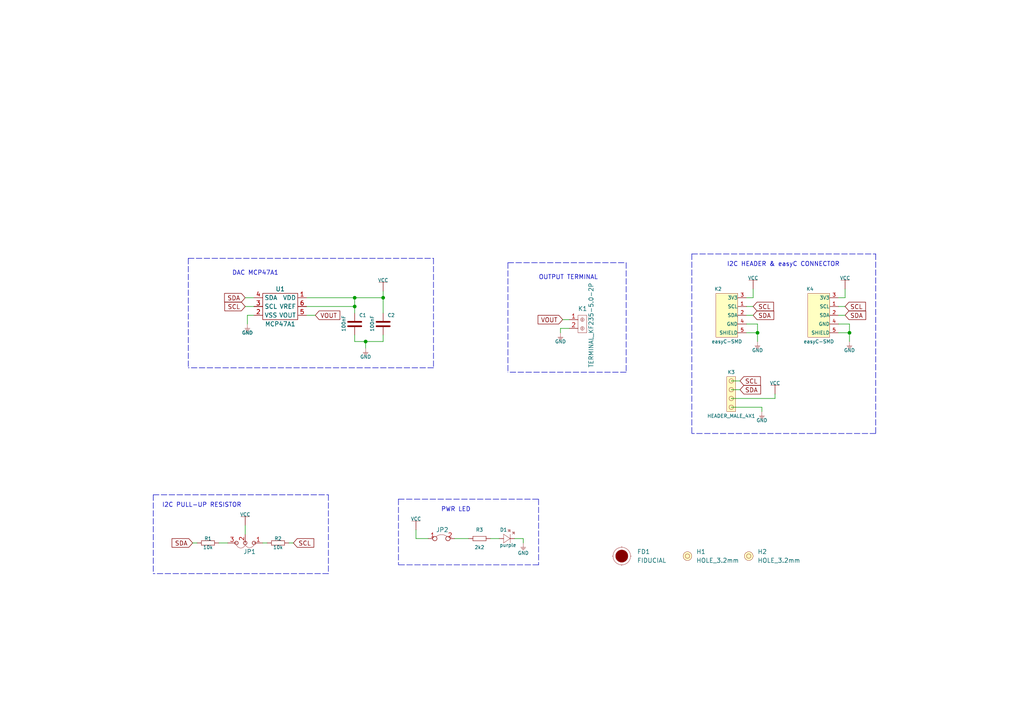
<source format=kicad_sch>
(kicad_sch (version 20210621) (generator eeschema)

  (uuid 239cf8d7-0adb-4b25-b889-ba6bcae918a2)

  (paper "A4")

  (lib_symbols
    (symbol "e-radionica.com schematics:0402LED" (pin_numbers hide) (pin_names (offset 0.254) hide) (in_bom yes) (on_board yes)
      (property "Reference" "D" (id 0) (at -0.635 2.54 0)
        (effects (font (size 1 1)))
      )
      (property "Value" "0402LED" (id 1) (at 0 -2.54 0)
        (effects (font (size 1 1)))
      )
      (property "Footprint" "e-radionica.com footprinti:0402LED" (id 2) (at 0 5.08 0)
        (effects (font (size 1 1)) hide)
      )
      (property "Datasheet" "" (id 3) (at 0 0 0)
        (effects (font (size 1 1)) hide)
      )
      (symbol "0402LED_0_1"
        (polyline
          (pts
            (xy -0.635 1.27)
            (xy 1.27 0)
          )
          (stroke (width 0.0006)) (fill (type none))
        )
        (polyline
          (pts
            (xy 0.635 1.905)
            (xy 1.27 2.54)
          )
          (stroke (width 0.0006)) (fill (type none))
        )
        (polyline
          (pts
            (xy 1.27 1.27)
            (xy 1.27 -1.27)
          )
          (stroke (width 0.0006)) (fill (type none))
        )
        (polyline
          (pts
            (xy 1.905 1.27)
            (xy 2.54 1.905)
          )
          (stroke (width 0.0006)) (fill (type none))
        )
        (polyline
          (pts
            (xy -0.635 1.27)
            (xy -0.635 -1.27)
            (xy 1.27 0)
          )
          (stroke (width 0.0006)) (fill (type none))
        )
        (polyline
          (pts
            (xy 1.27 2.54)
            (xy 0.635 2.54)
            (xy 1.27 1.905)
            (xy 1.27 2.54)
          )
          (stroke (width 0.0006)) (fill (type none))
        )
        (polyline
          (pts
            (xy 2.54 1.905)
            (xy 1.905 1.905)
            (xy 2.54 1.27)
            (xy 2.54 1.905)
          )
          (stroke (width 0.0006)) (fill (type none))
        )
      )
      (symbol "0402LED_1_1"
        (pin passive line (at -1.905 0 0) (length 1.27)
          (name "A" (effects (font (size 1.27 1.27))))
          (number "1" (effects (font (size 1.27 1.27))))
        )
        (pin passive line (at 2.54 0 180) (length 1.27)
          (name "K" (effects (font (size 1.27 1.27))))
          (number "2" (effects (font (size 1.27 1.27))))
        )
      )
    )
    (symbol "e-radionica.com schematics:0402R" (pin_numbers hide) (pin_names (offset 0.254)) (in_bom yes) (on_board yes)
      (property "Reference" "R" (id 0) (at -1.905 1.27 0)
        (effects (font (size 1 1)))
      )
      (property "Value" "0402R" (id 1) (at 0 -1.27 0)
        (effects (font (size 1 1)))
      )
      (property "Footprint" "e-radionica.com footprinti:0402R" (id 2) (at -2.54 1.905 0)
        (effects (font (size 1 1)) hide)
      )
      (property "Datasheet" "" (id 3) (at -2.54 1.905 0)
        (effects (font (size 1 1)) hide)
      )
      (symbol "0402R_0_1"
        (rectangle (start -1.905 -0.635) (end 1.905 -0.6604)
          (stroke (width 0.1)) (fill (type none))
        )
        (rectangle (start -1.905 0.635) (end -1.8796 -0.635)
          (stroke (width 0.1)) (fill (type none))
        )
        (rectangle (start -1.905 0.635) (end 1.905 0.6096)
          (stroke (width 0.1)) (fill (type none))
        )
        (rectangle (start 1.905 0.635) (end 1.9304 -0.635)
          (stroke (width 0.1)) (fill (type none))
        )
      )
      (symbol "0402R_1_1"
        (pin passive line (at -3.175 0 0) (length 1.27)
          (name "~" (effects (font (size 1.27 1.27))))
          (number "1" (effects (font (size 1.27 1.27))))
        )
        (pin passive line (at 3.175 0 180) (length 1.27)
          (name "~" (effects (font (size 1.27 1.27))))
          (number "2" (effects (font (size 1.27 1.27))))
        )
      )
    )
    (symbol "e-radionica.com schematics:0603C" (pin_numbers hide) (pin_names (offset 0.002)) (in_bom yes) (on_board yes)
      (property "Reference" "C" (id 0) (at -0.635 3.175 0)
        (effects (font (size 1 1)))
      )
      (property "Value" "0603C" (id 1) (at 0 -3.175 0)
        (effects (font (size 1 1)))
      )
      (property "Footprint" "e-radionica.com footprinti:0603C" (id 2) (at 0 0 0)
        (effects (font (size 1 1)) hide)
      )
      (property "Datasheet" "" (id 3) (at 0 0 0)
        (effects (font (size 1 1)) hide)
      )
      (symbol "0603C_0_1"
        (polyline
          (pts
            (xy -0.635 1.905)
            (xy -0.635 -1.905)
          )
          (stroke (width 0.5)) (fill (type none))
        )
        (polyline
          (pts
            (xy 0.635 1.905)
            (xy 0.635 -1.905)
          )
          (stroke (width 0.5)) (fill (type none))
        )
      )
      (symbol "0603C_1_1"
        (pin passive line (at -3.175 0 0) (length 2.54)
          (name "~" (effects (font (size 1.27 1.27))))
          (number "1" (effects (font (size 1.27 1.27))))
        )
        (pin passive line (at 3.175 0 180) (length 2.54)
          (name "~" (effects (font (size 1.27 1.27))))
          (number "2" (effects (font (size 1.27 1.27))))
        )
      )
    )
    (symbol "e-radionica.com schematics:0603R" (pin_numbers hide) (pin_names (offset 0.254)) (in_bom yes) (on_board yes)
      (property "Reference" "R" (id 0) (at -1.905 1.905 0)
        (effects (font (size 1 1)))
      )
      (property "Value" "0603R" (id 1) (at 0 -1.905 0)
        (effects (font (size 1 1)))
      )
      (property "Footprint" "e-radionica.com footprinti:0603R" (id 2) (at -0.635 1.905 0)
        (effects (font (size 1 1)) hide)
      )
      (property "Datasheet" "" (id 3) (at -0.635 1.905 0)
        (effects (font (size 1 1)) hide)
      )
      (symbol "0603R_0_1"
        (rectangle (start -1.905 -0.635) (end 1.905 -0.6604)
          (stroke (width 0.1)) (fill (type none))
        )
        (rectangle (start -1.905 0.635) (end -1.8796 -0.635)
          (stroke (width 0.1)) (fill (type none))
        )
        (rectangle (start -1.905 0.635) (end 1.905 0.6096)
          (stroke (width 0.1)) (fill (type none))
        )
        (rectangle (start 1.905 0.635) (end 1.9304 -0.635)
          (stroke (width 0.1)) (fill (type none))
        )
      )
      (symbol "0603R_1_1"
        (pin passive line (at -3.175 0 0) (length 1.27)
          (name "~" (effects (font (size 1.27 1.27))))
          (number "1" (effects (font (size 1.27 1.27))))
        )
        (pin passive line (at 3.175 0 180) (length 1.27)
          (name "~" (effects (font (size 1.27 1.27))))
          (number "2" (effects (font (size 1.27 1.27))))
        )
      )
    )
    (symbol "e-radionica.com schematics:FIDUCIAL" (in_bom no) (on_board yes)
      (property "Reference" "FD" (id 0) (at 0 3.81 0)
        (effects (font (size 1.27 1.27)))
      )
      (property "Value" "FIDUCIAL" (id 1) (at 0 -3.81 0)
        (effects (font (size 1.27 1.27)))
      )
      (property "Footprint" "e-radionica.com footprinti:FIDUCIAL_23" (id 2) (at 0.254 -5.334 0)
        (effects (font (size 1.27 1.27)) hide)
      )
      (property "Datasheet" "" (id 3) (at 0 0 0)
        (effects (font (size 1.27 1.27)) hide)
      )
      (symbol "FIDUCIAL_0_1"
        (circle (center 0 0) (radius 2.54) (stroke (width 0.0006)) (fill (type none)))
        (circle (center 0 0) (radius 1.7961) (stroke (width 0.001)) (fill (type outline)))
        (polyline
          (pts
            (xy -2.54 0)
            (xy -2.794 0)
          )
          (stroke (width 0.0006)) (fill (type none))
        )
        (polyline
          (pts
            (xy 0 -2.54)
            (xy 0 -2.794)
          )
          (stroke (width 0.0006)) (fill (type none))
        )
        (polyline
          (pts
            (xy 0 2.54)
            (xy 0 2.794)
          )
          (stroke (width 0.0006)) (fill (type none))
        )
        (polyline
          (pts
            (xy 2.54 0)
            (xy 2.794 0)
          )
          (stroke (width 0.0006)) (fill (type none))
        )
      )
    )
    (symbol "e-radionica.com schematics:GND" (power) (pin_names (offset 0)) (in_bom yes) (on_board yes)
      (property "Reference" "#PWR" (id 0) (at 4.445 0 0)
        (effects (font (size 1 1)) hide)
      )
      (property "Value" "GND" (id 1) (at 0 -2.921 0)
        (effects (font (size 1 1)))
      )
      (property "Footprint" "" (id 2) (at 4.445 3.81 0)
        (effects (font (size 1 1)) hide)
      )
      (property "Datasheet" "" (id 3) (at 4.445 3.81 0)
        (effects (font (size 1 1)) hide)
      )
      (property "ki_keywords" "power-flag" (id 4) (at 0 0 0)
        (effects (font (size 1.27 1.27)) hide)
      )
      (property "ki_description" "Power symbol creates a global label with name \"+3V3\"" (id 5) (at 0 0 0)
        (effects (font (size 1.27 1.27)) hide)
      )
      (symbol "GND_0_1"
        (polyline
          (pts
            (xy -0.762 -1.27)
            (xy 0.762 -1.27)
          )
          (stroke (width 0.0006)) (fill (type none))
        )
        (polyline
          (pts
            (xy -0.635 -1.524)
            (xy 0.635 -1.524)
          )
          (stroke (width 0.0006)) (fill (type none))
        )
        (polyline
          (pts
            (xy -0.381 -1.778)
            (xy 0.381 -1.778)
          )
          (stroke (width 0.0006)) (fill (type none))
        )
        (polyline
          (pts
            (xy -0.127 -2.032)
            (xy 0.127 -2.032)
          )
          (stroke (width 0.0006)) (fill (type none))
        )
        (polyline
          (pts
            (xy 0 0)
            (xy 0 -1.27)
          )
          (stroke (width 0.0006)) (fill (type none))
        )
      )
      (symbol "GND_1_1"
        (pin power_in line (at 0 0 270) (length 0) hide
          (name "GND" (effects (font (size 1.27 1.27))))
          (number "1" (effects (font (size 1.27 1.27))))
        )
      )
    )
    (symbol "e-radionica.com schematics:GND_3" (power) (pin_names (offset 0)) (in_bom yes) (on_board yes)
      (property "Reference" "#PWR" (id 0) (at 4.445 0 0)
        (effects (font (size 1 1)) hide)
      )
      (property "Value" "GND" (id 1) (at 0 -2.921 0)
        (effects (font (size 1 1)))
      )
      (property "Footprint" "" (id 2) (at 4.445 3.81 0)
        (effects (font (size 1 1)) hide)
      )
      (property "Datasheet" "" (id 3) (at 4.445 3.81 0)
        (effects (font (size 1 1)) hide)
      )
      (property "ki_keywords" "power-flag" (id 4) (at 0 0 0)
        (effects (font (size 1.27 1.27)) hide)
      )
      (property "ki_description" "Power symbol creates a global label with name \"+3V3\"" (id 5) (at 0 0 0)
        (effects (font (size 1.27 1.27)) hide)
      )
      (symbol "GND_3_0_1"
        (polyline
          (pts
            (xy -0.762 -1.27)
            (xy 0.762 -1.27)
          )
          (stroke (width 0.0006)) (fill (type none))
        )
        (polyline
          (pts
            (xy -0.635 -1.524)
            (xy 0.635 -1.524)
          )
          (stroke (width 0.0006)) (fill (type none))
        )
        (polyline
          (pts
            (xy -0.381 -1.778)
            (xy 0.381 -1.778)
          )
          (stroke (width 0.0006)) (fill (type none))
        )
        (polyline
          (pts
            (xy -0.127 -2.032)
            (xy 0.127 -2.032)
          )
          (stroke (width 0.0006)) (fill (type none))
        )
        (polyline
          (pts
            (xy 0 0)
            (xy 0 -1.27)
          )
          (stroke (width 0.0006)) (fill (type none))
        )
      )
      (symbol "GND_3_1_1"
        (pin power_in line (at 0 0 270) (length 0) hide
          (name "GND" (effects (font (size 1.27 1.27))))
          (number "1" (effects (font (size 1.27 1.27))))
        )
      )
    )
    (symbol "e-radionica.com schematics:HEADER_MALE_4X1" (pin_numbers hide) (pin_names hide) (in_bom yes) (on_board yes)
      (property "Reference" "K" (id 0) (at -0.635 7.62 0)
        (effects (font (size 1 1)))
      )
      (property "Value" "HEADER_MALE_4X1" (id 1) (at 0 -5.08 0)
        (effects (font (size 1 1)))
      )
      (property "Footprint" "e-radionica.com footprinti:HEADER_MALE_4X1" (id 2) (at 0 -2.54 0)
        (effects (font (size 1 1)) hide)
      )
      (property "Datasheet" "" (id 3) (at 0 -2.54 0)
        (effects (font (size 1 1)) hide)
      )
      (symbol "HEADER_MALE_4X1_0_1"
        (circle (center 0 -2.54) (radius 0.635) (stroke (width 0.0006)) (fill (type none)))
        (circle (center 0 0) (radius 0.635) (stroke (width 0.0006)) (fill (type none)))
        (circle (center 0 2.54) (radius 0.635) (stroke (width 0.0006)) (fill (type none)))
        (circle (center 0 5.08) (radius 0.635) (stroke (width 0.0006)) (fill (type none)))
        (rectangle (start 1.27 -3.81) (end -1.27 6.35)
          (stroke (width 0.001)) (fill (type background))
        )
      )
      (symbol "HEADER_MALE_4X1_1_1"
        (pin passive line (at 0 -2.54 180) (length 0)
          (name "~" (effects (font (size 1 1))))
          (number "1" (effects (font (size 1 1))))
        )
        (pin passive line (at 0 0 180) (length 0)
          (name "~" (effects (font (size 1 1))))
          (number "2" (effects (font (size 1 1))))
        )
        (pin passive line (at 0 2.54 180) (length 0)
          (name "~" (effects (font (size 1 1))))
          (number "3" (effects (font (size 1 1))))
        )
        (pin passive line (at 0 5.08 180) (length 0)
          (name "~" (effects (font (size 1 1))))
          (number "4" (effects (font (size 1 1))))
        )
      )
    )
    (symbol "e-radionica.com schematics:HOLE_3.2mm" (pin_numbers hide) (pin_names hide) (in_bom yes) (on_board yes)
      (property "Reference" "H" (id 0) (at 0 2.54 0)
        (effects (font (size 1.27 1.27)))
      )
      (property "Value" "HOLE_3.2mm" (id 1) (at 0 -2.54 0)
        (effects (font (size 1.27 1.27)))
      )
      (property "Footprint" "e-radionica.com footprinti:HOLE_3.2mm" (id 2) (at 0 0 0)
        (effects (font (size 1.27 1.27)) hide)
      )
      (property "Datasheet" "" (id 3) (at 0 0 0)
        (effects (font (size 1.27 1.27)) hide)
      )
      (symbol "HOLE_3.2mm_0_1"
        (circle (center 0 0) (radius 0.635) (stroke (width 0.0006)) (fill (type none)))
        (circle (center 0 0) (radius 1.27) (stroke (width 0.001)) (fill (type background)))
      )
    )
    (symbol "e-radionica.com schematics:MCP47A1" (in_bom yes) (on_board yes)
      (property "Reference" "U" (id 0) (at 0 5.08 0)
        (effects (font (size 1.27 1.27)))
      )
      (property "Value" "MCP47A1" (id 1) (at 0 -5.08 0)
        (effects (font (size 1.27 1.27)))
      )
      (property "Footprint" "e-radionica.com footprinti:MCP47A1-SOT23-6" (id 2) (at 1.27 -8.89 0)
        (effects (font (size 1.27 1.27)) hide)
      )
      (property "Datasheet" "" (id 3) (at 0 0 0)
        (effects (font (size 1.27 1.27)) hide)
      )
      (property "ki_keywords" "DAC" (id 4) (at 0 0 0)
        (effects (font (size 1.27 1.27)) hide)
      )
      (property "ki_description" "DAC 6bit" (id 5) (at 0 0 0)
        (effects (font (size 1.27 1.27)) hide)
      )
      (symbol "MCP47A1_0_1"
        (rectangle (start -5.08 3.81) (end 5.08 -3.81)
          (stroke (width 0.1524)) (fill (type none))
        )
      )
      (symbol "MCP47A1_1_1"
        (pin power_in line (at 7.62 2.54 180) (length 2.54)
          (name "VDD" (effects (font (size 1.27 1.27))))
          (number "1" (effects (font (size 1.27 1.27))))
        )
        (pin power_in line (at -7.62 -2.54 0) (length 2.54)
          (name "VSS" (effects (font (size 1.27 1.27))))
          (number "2" (effects (font (size 1.27 1.27))))
        )
        (pin bidirectional line (at -7.62 0 0) (length 2.54)
          (name "SCL" (effects (font (size 1.27 1.27))))
          (number "3" (effects (font (size 1.27 1.27))))
        )
        (pin bidirectional line (at -7.62 2.54 0) (length 2.54)
          (name "SDA" (effects (font (size 1.27 1.27))))
          (number "4" (effects (font (size 1.27 1.27))))
        )
        (pin bidirectional line (at 7.62 -2.54 180) (length 2.54)
          (name "VOUT" (effects (font (size 1.27 1.27))))
          (number "5" (effects (font (size 1.27 1.27))))
        )
        (pin bidirectional line (at 7.62 0 180) (length 2.54)
          (name "VREF" (effects (font (size 1.27 1.27))))
          (number "6" (effects (font (size 1.27 1.27))))
        )
      )
    )
    (symbol "e-radionica.com schematics:SMD-JUMPER-CONNECTED_TRACE_SLODERMASK" (in_bom yes) (on_board yes)
      (property "Reference" "JP" (id 0) (at 0 3.556 0)
        (effects (font (size 1.27 1.27)))
      )
      (property "Value" "SMD-JUMPER-CONNECTED_TRACE_SLODERMASK" (id 1) (at 0 -2.54 0)
        (effects (font (size 1.27 1.27)))
      )
      (property "Footprint" "e-radionica.com footprinti:SMD-JUMPER-CONNECTED_TRACE_SLODERMASK" (id 2) (at 0 -5.715 0)
        (effects (font (size 1.27 1.27)) hide)
      )
      (property "Datasheet" "" (id 3) (at 0 0 0)
        (effects (font (size 1.27 1.27)) hide)
      )
      (symbol "SMD-JUMPER-CONNECTED_TRACE_SLODERMASK_0_1"
        (arc (start -1.8034 0.5588) (end 1.397 0.5842) (radius (at -0.1875 -1.4124) (length 2.5489) (angles 129.3 51.6))
          (stroke (width 0.0006)) (fill (type none))
        )
      )
      (symbol "SMD-JUMPER-CONNECTED_TRACE_SLODERMASK_1_1"
        (pin passive inverted (at -4.064 0 0) (length 2.54)
          (name "" (effects (font (size 1.27 1.27))))
          (number "1" (effects (font (size 1.27 1.27))))
        )
        (pin passive inverted (at 3.556 0 180) (length 2.54)
          (name "" (effects (font (size 1.27 1.27))))
          (number "2" (effects (font (size 1.27 1.27))))
        )
      )
    )
    (symbol "e-radionica.com schematics:SMD_JUMPER_3_PAD_TRACE" (in_bom yes) (on_board yes)
      (property "Reference" "JP" (id 0) (at 0.0254 5.461 0)
        (effects (font (size 1.27 1.27)))
      )
      (property "Value" "SMD_JUMPER_3_PAD_TRACE" (id 1) (at 0.3048 -4.572 0)
        (effects (font (size 1.27 1.27)))
      )
      (property "Footprint" "e-radionica.com footprinti:SMD_JUMPER_3_PAD_TRACE" (id 2) (at 0 -1.27 0)
        (effects (font (size 1.27 1.27)) hide)
      )
      (property "Datasheet" "" (id 3) (at 0 0 0)
        (effects (font (size 1.27 1.27)) hide)
      )
      (symbol "SMD_JUMPER_3_PAD_TRACE_0_1"
        (arc (start -2.54 0.508) (end 0 0.508) (radius (at -1.27 -0.0203) (length 1.3755) (angles 157.4 22.6))
          (stroke (width 0.0006)) (fill (type none))
        )
        (arc (start 0 0.508) (end 2.54 0.508) (radius (at 1.27 0.1612) (length 1.3165) (angles 164.7 15.3))
          (stroke (width 0.0006)) (fill (type none))
        )
        (circle (center -2.54 0) (radius 0.508) (stroke (width 0.1524)) (fill (type none)))
        (circle (center 0 0) (radius 0.508) (stroke (width 0.1524)) (fill (type none)))
        (circle (center 2.54 0) (radius 0.508) (stroke (width 0.1524)) (fill (type none)))
      )
      (symbol "SMD_JUMPER_3_PAD_TRACE_1_1"
        (pin input line (at -5.08 0 0) (length 2.54)
          (name "" (effects (font (size 1.27 1.27))))
          (number "1" (effects (font (size 1.27 1.27))))
        )
        (pin input line (at 0 -2.54 90) (length 2.54)
          (name "" (effects (font (size 1.27 1.27))))
          (number "2" (effects (font (size 1.27 1.27))))
        )
        (pin input line (at 5.08 0 180) (length 2.54)
          (name "" (effects (font (size 1.27 1.27))))
          (number "3" (effects (font (size 1.27 1.27))))
        )
      )
    )
    (symbol "e-radionica.com schematics:TERMINAL_KF235-5.0-2P" (in_bom yes) (on_board yes)
      (property "Reference" "K" (id 0) (at 0 3.81 0)
        (effects (font (size 1.27 1.27)))
      )
      (property "Value" "TERMINAL_KF235-5.0-2P" (id 1) (at 0 -3.81 0)
        (effects (font (size 1.27 1.27)))
      )
      (property "Footprint" "e-radionica.com footprinti:TERMINAL_KF235-5.0-2P" (id 2) (at 0 0 0)
        (effects (font (size 1.27 1.27)) hide)
      )
      (property "Datasheet" "" (id 3) (at 0 0 0)
        (effects (font (size 1.27 1.27)) hide)
      )
      (symbol "TERMINAL_KF235-5.0-2P_0_1"
        (circle (center 0 -1.27) (radius 0.508) (stroke (width 0.0006)) (fill (type none)))
        (circle (center 0 1.27) (radius 0.508) (stroke (width 0.0006)) (fill (type none)))
        (rectangle (start -1.27 2.54) (end 1.27 -2.54)
          (stroke (width 0.0006)) (fill (type none))
        )
        (polyline
          (pts
            (xy -0.254 -1.27)
            (xy 0.254 -1.27)
          )
          (stroke (width 0.0006)) (fill (type none))
        )
        (polyline
          (pts
            (xy -0.254 1.27)
            (xy 0.254 1.27)
          )
          (stroke (width 0.0006)) (fill (type none))
        )
        (polyline
          (pts
            (xy 0 -0.762)
            (xy 0 -1.778)
          )
          (stroke (width 0.0006)) (fill (type none))
        )
        (polyline
          (pts
            (xy 0 1.778)
            (xy 0 0.762)
          )
          (stroke (width 0.0006)) (fill (type none))
        )
      )
      (symbol "TERMINAL_KF235-5.0-2P_1_1"
        (pin input line (at -3.81 1.27 0) (length 2.54)
          (name "~" (effects (font (size 1.27 1.27))))
          (number "1" (effects (font (size 1.27 1.27))))
        )
        (pin input line (at -3.81 -1.27 0) (length 2.54)
          (name "~" (effects (font (size 1.27 1.27))))
          (number "2" (effects (font (size 1.27 1.27))))
        )
      )
    )
    (symbol "e-radionica.com schematics:VCC" (power) (pin_names (offset 0)) (in_bom yes) (on_board yes)
      (property "Reference" "#PWR" (id 0) (at 4.445 0 0)
        (effects (font (size 1 1)) hide)
      )
      (property "Value" "VCC" (id 1) (at 0 3.556 0)
        (effects (font (size 1 1)))
      )
      (property "Footprint" "" (id 2) (at 4.445 3.81 0)
        (effects (font (size 1 1)) hide)
      )
      (property "Datasheet" "" (id 3) (at 4.445 3.81 0)
        (effects (font (size 1 1)) hide)
      )
      (property "ki_keywords" "power-flag" (id 4) (at 0 0 0)
        (effects (font (size 1.27 1.27)) hide)
      )
      (property "ki_description" "Power symbol creates a global label with name \"VCC\"" (id 5) (at 0 0 0)
        (effects (font (size 1.27 1.27)) hide)
      )
      (symbol "VCC_0_1"
        (polyline
          (pts
            (xy -1.27 2.54)
            (xy 1.27 2.54)
          )
          (stroke (width 0.0006)) (fill (type none))
        )
        (polyline
          (pts
            (xy 0 0)
            (xy 0 2.54)
          )
          (stroke (width 0)) (fill (type none))
        )
      )
      (symbol "VCC_1_1"
        (pin power_in line (at 0 0 90) (length 0) hide
          (name "VCC" (effects (font (size 1.27 1.27))))
          (number "1" (effects (font (size 1.27 1.27))))
        )
      )
    )
    (symbol "e-radionica.com schematics:easyC-SMD" (pin_names (offset 0.002)) (in_bom yes) (on_board yes)
      (property "Reference" "K" (id 0) (at -2.54 10.16 0)
        (effects (font (size 1 1)))
      )
      (property "Value" "easyC-SMD" (id 1) (at 0 -5.08 0)
        (effects (font (size 1 1)))
      )
      (property "Footprint" "e-radionica.com footprinti:easyC-connector" (id 2) (at 3.175 2.54 0)
        (effects (font (size 1 1)) hide)
      )
      (property "Datasheet" "" (id 3) (at 3.175 2.54 0)
        (effects (font (size 1 1)) hide)
      )
      (symbol "easyC-SMD_0_1"
        (rectangle (start -3.175 8.89) (end 3.175 -3.81)
          (stroke (width 0.001)) (fill (type background))
        )
      )
      (symbol "easyC-SMD_1_1"
        (pin passive line (at 5.715 5.08 180) (length 2.54)
          (name "SCL" (effects (font (size 1 1))))
          (number "1" (effects (font (size 1 1))))
        )
        (pin passive line (at 5.715 2.54 180) (length 2.54)
          (name "SDA" (effects (font (size 1 1))))
          (number "2" (effects (font (size 1 1))))
        )
        (pin passive line (at 5.715 7.62 180) (length 2.54)
          (name "3V3" (effects (font (size 1 1))))
          (number "3" (effects (font (size 1 1))))
        )
        (pin passive line (at 5.715 0 180) (length 2.54)
          (name "GND" (effects (font (size 1 1))))
          (number "4" (effects (font (size 1 1))))
        )
        (pin passive line (at 5.715 -2.54 180) (length 2.54)
          (name "SHIELD" (effects (font (size 1 1))))
          (number "5" (effects (font (size 1 1))))
        )
      )
    )
  )

  (junction (at 102.87 86.36) (diameter 0.9144) (color 0 0 0 0))
  (junction (at 102.87 88.9) (diameter 0.9144) (color 0 0 0 0))
  (junction (at 106.045 99.06) (diameter 0.9144) (color 0 0 0 0))
  (junction (at 111.125 86.36) (diameter 0.9144) (color 0 0 0 0))
  (junction (at 219.71 96.52) (diameter 0.9144) (color 0 0 0 0))
  (junction (at 246.38 96.52) (diameter 0.9144) (color 0 0 0 0))

  (wire (pts (xy 55.88 157.48) (xy 57.15 157.48))
    (stroke (width 0) (type solid) (color 0 0 0 0))
    (uuid 96c4ed21-7783-4034-ba4e-c55277ec0f66)
  )
  (wire (pts (xy 63.5 157.48) (xy 66.04 157.48))
    (stroke (width 0) (type solid) (color 0 0 0 0))
    (uuid b6b5da5e-dbb6-4dc8-8285-753359bff8b8)
  )
  (wire (pts (xy 71.12 86.36) (xy 73.66 86.36))
    (stroke (width 0) (type solid) (color 0 0 0 0))
    (uuid 8124a806-8658-47bd-8013-ac03672f274c)
  )
  (wire (pts (xy 71.12 88.9) (xy 73.66 88.9))
    (stroke (width 0) (type solid) (color 0 0 0 0))
    (uuid e74f8e91-cae0-489e-8524-225dd2bd0103)
  )
  (wire (pts (xy 71.12 152.4) (xy 71.12 154.94))
    (stroke (width 0) (type solid) (color 0 0 0 0))
    (uuid c7239033-9b4a-4263-b820-70f7fd141799)
  )
  (wire (pts (xy 71.755 91.44) (xy 71.755 93.98))
    (stroke (width 0) (type solid) (color 0 0 0 0))
    (uuid f24610e0-2329-4de9-aa41-39477d8a948c)
  )
  (wire (pts (xy 73.66 91.44) (xy 71.755 91.44))
    (stroke (width 0) (type solid) (color 0 0 0 0))
    (uuid f24610e0-2329-4de9-aa41-39477d8a948c)
  )
  (wire (pts (xy 76.2 157.48) (xy 77.47 157.48))
    (stroke (width 0) (type solid) (color 0 0 0 0))
    (uuid 9b6e6cbc-6b6b-4922-ad66-e721755f7490)
  )
  (wire (pts (xy 83.82 157.48) (xy 85.09 157.48))
    (stroke (width 0) (type solid) (color 0 0 0 0))
    (uuid 40918dea-06ea-4eb6-8283-937619eaf8b1)
  )
  (wire (pts (xy 88.9 86.36) (xy 102.87 86.36))
    (stroke (width 0) (type solid) (color 0 0 0 0))
    (uuid 0f29a35d-6b5c-4c49-8597-18c9509c5d97)
  )
  (wire (pts (xy 88.9 88.9) (xy 102.87 88.9))
    (stroke (width 0) (type solid) (color 0 0 0 0))
    (uuid 8540cfc4-dcfe-4312-8e78-7da7bc8f2966)
  )
  (wire (pts (xy 88.9 91.44) (xy 91.44 91.44))
    (stroke (width 0) (type solid) (color 0 0 0 0))
    (uuid 75480a87-92d6-4221-8d71-de39ae79b6fe)
  )
  (wire (pts (xy 102.87 86.36) (xy 102.87 88.9))
    (stroke (width 0) (type solid) (color 0 0 0 0))
    (uuid a3949d0a-26e6-4ee3-8e3f-cdaf54e8f665)
  )
  (wire (pts (xy 102.87 86.36) (xy 111.125 86.36))
    (stroke (width 0) (type solid) (color 0 0 0 0))
    (uuid 0f29a35d-6b5c-4c49-8597-18c9509c5d97)
  )
  (wire (pts (xy 102.87 88.9) (xy 102.87 90.805))
    (stroke (width 0) (type solid) (color 0 0 0 0))
    (uuid a3949d0a-26e6-4ee3-8e3f-cdaf54e8f665)
  )
  (wire (pts (xy 102.87 97.155) (xy 102.87 99.06))
    (stroke (width 0) (type solid) (color 0 0 0 0))
    (uuid b89163e6-1636-40fc-998d-fa895d6b1a8b)
  )
  (wire (pts (xy 102.87 99.06) (xy 106.045 99.06))
    (stroke (width 0) (type solid) (color 0 0 0 0))
    (uuid b89163e6-1636-40fc-998d-fa895d6b1a8b)
  )
  (wire (pts (xy 106.045 99.06) (xy 106.045 100.965))
    (stroke (width 0) (type solid) (color 0 0 0 0))
    (uuid b89163e6-1636-40fc-998d-fa895d6b1a8b)
  )
  (wire (pts (xy 111.125 84.455) (xy 111.125 86.36))
    (stroke (width 0) (type solid) (color 0 0 0 0))
    (uuid c077d60b-30f6-4b30-984b-df53d5d03dcf)
  )
  (wire (pts (xy 111.125 86.36) (xy 111.125 90.805))
    (stroke (width 0) (type solid) (color 0 0 0 0))
    (uuid 0f29a35d-6b5c-4c49-8597-18c9509c5d97)
  )
  (wire (pts (xy 111.125 97.155) (xy 111.125 99.06))
    (stroke (width 0) (type solid) (color 0 0 0 0))
    (uuid f68456e5-77e0-4d6e-ab78-530467816d92)
  )
  (wire (pts (xy 111.125 99.06) (xy 106.045 99.06))
    (stroke (width 0) (type solid) (color 0 0 0 0))
    (uuid f68456e5-77e0-4d6e-ab78-530467816d92)
  )
  (wire (pts (xy 120.65 156.21) (xy 120.65 153.67))
    (stroke (width 0) (type solid) (color 0 0 0 0))
    (uuid 8208348d-a350-4b2d-8608-568f5d7b07f7)
  )
  (wire (pts (xy 124.206 156.21) (xy 120.65 156.21))
    (stroke (width 0) (type solid) (color 0 0 0 0))
    (uuid 5ce4141d-781f-4989-84ff-1348974f0a2f)
  )
  (wire (pts (xy 131.826 156.21) (xy 135.89 156.21))
    (stroke (width 0) (type solid) (color 0 0 0 0))
    (uuid 05767d8c-f0d7-4f34-8d6c-052d0e182c84)
  )
  (wire (pts (xy 142.24 156.21) (xy 144.78 156.21))
    (stroke (width 0) (type solid) (color 0 0 0 0))
    (uuid f4d43ff4-8e45-4911-a41b-8394a3b8659e)
  )
  (wire (pts (xy 151.765 156.21) (xy 149.225 156.21))
    (stroke (width 0) (type solid) (color 0 0 0 0))
    (uuid d01d1ff3-abb0-4394-9644-44097717ee9e)
  )
  (wire (pts (xy 151.765 156.21) (xy 151.765 157.48))
    (stroke (width 0) (type solid) (color 0 0 0 0))
    (uuid 03e456ac-af1c-43ac-bf1a-b7d7804d0555)
  )
  (wire (pts (xy 162.56 95.25) (xy 162.56 96.52))
    (stroke (width 0) (type solid) (color 0 0 0 0))
    (uuid 3cb5e8c8-e75c-484c-8e5c-06a8884dfc54)
  )
  (wire (pts (xy 163.195 92.71) (xy 165.1 92.71))
    (stroke (width 0) (type solid) (color 0 0 0 0))
    (uuid aa21e719-4705-4661-9ca6-4e62e53676cf)
  )
  (wire (pts (xy 165.1 95.25) (xy 162.56 95.25))
    (stroke (width 0) (type solid) (color 0 0 0 0))
    (uuid 3cb5e8c8-e75c-484c-8e5c-06a8884dfc54)
  )
  (wire (pts (xy 212.09 110.49) (xy 214.63 110.49))
    (stroke (width 0) (type solid) (color 0 0 0 0))
    (uuid ec1f6108-7ca4-413f-9575-bdde226cf31b)
  )
  (wire (pts (xy 212.09 113.03) (xy 214.63 113.03))
    (stroke (width 0) (type solid) (color 0 0 0 0))
    (uuid c51676df-b904-4b8c-9e13-57865ccf1b5c)
  )
  (wire (pts (xy 212.09 115.57) (xy 224.79 115.57))
    (stroke (width 0) (type solid) (color 0 0 0 0))
    (uuid b71dc44c-79da-4025-a0f4-761f701bcdf7)
  )
  (wire (pts (xy 212.09 118.11) (xy 220.98 118.11))
    (stroke (width 0) (type solid) (color 0 0 0 0))
    (uuid e62c33ee-bb7c-4a64-9a9a-1228d859d686)
  )
  (wire (pts (xy 216.535 86.36) (xy 218.44 86.36))
    (stroke (width 0) (type solid) (color 0 0 0 0))
    (uuid cd83813b-d096-4e09-85c0-f9240b9f8d83)
  )
  (wire (pts (xy 216.535 88.9) (xy 218.44 88.9))
    (stroke (width 0) (type solid) (color 0 0 0 0))
    (uuid df012236-b3b8-4514-8361-0f9207109069)
  )
  (wire (pts (xy 216.535 91.44) (xy 218.44 91.44))
    (stroke (width 0) (type solid) (color 0 0 0 0))
    (uuid 049097c6-417a-4b42-84e6-3bdb148948e0)
  )
  (wire (pts (xy 216.535 93.98) (xy 219.71 93.98))
    (stroke (width 0) (type solid) (color 0 0 0 0))
    (uuid d9da9c32-ee80-48e8-bdc0-ef279f2978fb)
  )
  (wire (pts (xy 216.535 96.52) (xy 219.71 96.52))
    (stroke (width 0) (type solid) (color 0 0 0 0))
    (uuid 1be3115d-0ac9-46d8-80e3-6fd7520b6451)
  )
  (wire (pts (xy 218.44 86.36) (xy 218.44 83.82))
    (stroke (width 0) (type solid) (color 0 0 0 0))
    (uuid 878fc33a-bb8a-4a2b-b074-c17a5d12644d)
  )
  (wire (pts (xy 219.71 93.98) (xy 219.71 96.52))
    (stroke (width 0) (type solid) (color 0 0 0 0))
    (uuid b58e21ed-4fd8-4088-8cb1-3f80935c9b76)
  )
  (wire (pts (xy 219.71 96.52) (xy 219.71 99.06))
    (stroke (width 0) (type solid) (color 0 0 0 0))
    (uuid 20163798-7160-4eb0-b359-5accacfb9edf)
  )
  (wire (pts (xy 220.98 118.11) (xy 220.98 119.38))
    (stroke (width 0) (type solid) (color 0 0 0 0))
    (uuid 992b34ab-ae21-4cf9-8286-9ee6766d6cbb)
  )
  (wire (pts (xy 224.79 115.57) (xy 224.79 114.3))
    (stroke (width 0) (type solid) (color 0 0 0 0))
    (uuid 771f1502-b620-4cc8-83dd-1e913528b100)
  )
  (wire (pts (xy 243.205 86.36) (xy 245.11 86.36))
    (stroke (width 0) (type solid) (color 0 0 0 0))
    (uuid 223ac99b-c65f-4c16-bb7b-2e928a830ef4)
  )
  (wire (pts (xy 243.205 88.9) (xy 245.11 88.9))
    (stroke (width 0) (type solid) (color 0 0 0 0))
    (uuid 1f2cf810-0f1e-418d-89e0-391e9b3e862e)
  )
  (wire (pts (xy 243.205 91.44) (xy 245.11 91.44))
    (stroke (width 0) (type solid) (color 0 0 0 0))
    (uuid e8e4f6d4-9608-4112-a5a8-53b782feea23)
  )
  (wire (pts (xy 243.205 93.98) (xy 246.38 93.98))
    (stroke (width 0) (type solid) (color 0 0 0 0))
    (uuid f68f477d-88dc-4977-b8ce-d46a9faabf7a)
  )
  (wire (pts (xy 243.205 96.52) (xy 246.38 96.52))
    (stroke (width 0) (type solid) (color 0 0 0 0))
    (uuid 5cf76cfa-7f16-462e-9b86-6be41516a4ef)
  )
  (wire (pts (xy 245.11 86.36) (xy 245.11 83.82))
    (stroke (width 0) (type solid) (color 0 0 0 0))
    (uuid 66329c10-4cfa-48a9-b108-fde456212259)
  )
  (wire (pts (xy 246.38 93.98) (xy 246.38 96.52))
    (stroke (width 0) (type solid) (color 0 0 0 0))
    (uuid d8e1864e-ff9e-45c8-889c-7a284d58ada4)
  )
  (wire (pts (xy 246.38 96.52) (xy 246.38 99.06))
    (stroke (width 0) (type solid) (color 0 0 0 0))
    (uuid 3f98b7cd-ab86-415e-a8dd-df5215a011e1)
  )
  (polyline (pts (xy 44.45 143.51) (xy 44.45 166.37))
    (stroke (width 0) (type dash) (color 0 0 0 0))
    (uuid 468163d1-8f14-492d-af06-8092af8a5812)
  )
  (polyline (pts (xy 44.45 143.51) (xy 95.25 143.51))
    (stroke (width 0) (type dash) (color 0 0 0 0))
    (uuid 468163d1-8f14-492d-af06-8092af8a5812)
  )
  (polyline (pts (xy 54.61 74.93) (xy 54.61 106.68))
    (stroke (width 0) (type dash) (color 0 0 0 0))
    (uuid 3e71b369-b0c6-4744-889a-3a070e69c9fd)
  )
  (polyline (pts (xy 54.61 74.93) (xy 125.73 74.93))
    (stroke (width 0) (type dash) (color 0 0 0 0))
    (uuid 3e71b369-b0c6-4744-889a-3a070e69c9fd)
  )
  (polyline (pts (xy 95.25 143.51) (xy 95.25 166.37))
    (stroke (width 0) (type dash) (color 0 0 0 0))
    (uuid 468163d1-8f14-492d-af06-8092af8a5812)
  )
  (polyline (pts (xy 95.25 166.37) (xy 44.45 166.37))
    (stroke (width 0) (type dash) (color 0 0 0 0))
    (uuid 468163d1-8f14-492d-af06-8092af8a5812)
  )
  (polyline (pts (xy 115.57 144.78) (xy 115.57 163.83))
    (stroke (width 0) (type dash) (color 0 0 0 0))
    (uuid 2ba38f44-2353-4e4e-abe9-df9625a95610)
  )
  (polyline (pts (xy 115.57 144.78) (xy 156.21 144.78))
    (stroke (width 0) (type dash) (color 0 0 0 0))
    (uuid d6f9fd16-f2d2-42e8-8fb6-1c3479cf0554)
  )
  (polyline (pts (xy 125.73 74.93) (xy 125.73 106.68))
    (stroke (width 0) (type dash) (color 0 0 0 0))
    (uuid 3e71b369-b0c6-4744-889a-3a070e69c9fd)
  )
  (polyline (pts (xy 125.73 106.68) (xy 54.61 106.68))
    (stroke (width 0) (type dash) (color 0 0 0 0))
    (uuid 3e71b369-b0c6-4744-889a-3a070e69c9fd)
  )
  (polyline (pts (xy 147.32 76.2) (xy 147.32 107.95))
    (stroke (width 0) (type dash) (color 0 0 0 0))
    (uuid b3e0484e-3113-479e-a322-e76e501252fe)
  )
  (polyline (pts (xy 147.32 76.2) (xy 181.61 76.2))
    (stroke (width 0) (type dash) (color 0 0 0 0))
    (uuid b3e0484e-3113-479e-a322-e76e501252fe)
  )
  (polyline (pts (xy 156.21 144.78) (xy 156.21 163.83))
    (stroke (width 0) (type dash) (color 0 0 0 0))
    (uuid 484d5132-c46f-4dd6-bf73-15b79cedbd05)
  )
  (polyline (pts (xy 156.21 163.83) (xy 115.57 163.83))
    (stroke (width 0) (type dash) (color 0 0 0 0))
    (uuid d45bf439-1f83-4f6f-a1ec-0446e6b33d47)
  )
  (polyline (pts (xy 181.61 76.2) (xy 181.61 107.95))
    (stroke (width 0) (type dash) (color 0 0 0 0))
    (uuid b3e0484e-3113-479e-a322-e76e501252fe)
  )
  (polyline (pts (xy 181.61 107.95) (xy 147.32 107.95))
    (stroke (width 0) (type dash) (color 0 0 0 0))
    (uuid b3e0484e-3113-479e-a322-e76e501252fe)
  )
  (polyline (pts (xy 200.66 73.66) (xy 200.66 125.73))
    (stroke (width 0) (type dash) (color 0 0 0 0))
    (uuid c48e16f5-1e1a-4396-8d90-39413a6c9e45)
  )
  (polyline (pts (xy 200.66 73.66) (xy 254 73.66))
    (stroke (width 0) (type dash) (color 0 0 0 0))
    (uuid c48e16f5-1e1a-4396-8d90-39413a6c9e45)
  )
  (polyline (pts (xy 254 73.66) (xy 254 125.73))
    (stroke (width 0) (type dash) (color 0 0 0 0))
    (uuid c48e16f5-1e1a-4396-8d90-39413a6c9e45)
  )
  (polyline (pts (xy 254 125.73) (xy 200.66 125.73))
    (stroke (width 0) (type dash) (color 0 0 0 0))
    (uuid c48e16f5-1e1a-4396-8d90-39413a6c9e45)
  )

  (text "I2C PULL-UP RESISTOR" (at 46.99 147.32 0)
    (effects (font (size 1.27 1.27)) (justify left bottom))
    (uuid 5e4f31ec-a81b-40b7-90f6-3f80ffc5b18e)
  )
  (text "DAC MCP47A1" (at 67.31 80.01 0)
    (effects (font (size 1.27 1.27)) (justify left bottom))
    (uuid d930da81-ce5b-4b38-be03-c15de6c2d44b)
  )
  (text "PWR LED" (at 136.525 148.59 180)
    (effects (font (size 1.27 1.27)) (justify right bottom))
    (uuid 4190c499-af4d-4c48-9242-14e3abc934d7)
  )
  (text "OUTPUT TERMINAL" (at 156.21 81.28 0)
    (effects (font (size 1.27 1.27)) (justify left bottom))
    (uuid 37012c2f-255d-423f-8323-ea50824e2732)
  )
  (text "I2C HEADER & easyC CONNECTOR" (at 210.82 77.47 0)
    (effects (font (size 1.27 1.27)) (justify left bottom))
    (uuid 6ee14f70-8976-44d6-9629-092d02f44ad5)
  )

  (global_label "SDA" (shape input) (at 55.88 157.48 180)
    (effects (font (size 1.27 1.27)) (justify right))
    (uuid 90fb9d51-2cf2-4e23-a8f1-4bf760b6179a)
    (property "Intersheet References" "${INTERSHEET_REFS}" (id 0) (at 45.351 157.4006 0)
      (effects (font (size 1.27 1.27)) (justify right) hide)
    )
  )
  (global_label "SDA" (shape input) (at 71.12 86.36 180)
    (effects (font (size 1.27 1.27)) (justify right))
    (uuid 6b0f5341-4acc-48ca-9607-e92d11f03b60)
    (property "Intersheet References" "${INTERSHEET_REFS}" (id 0) (at 62.4053 86.2806 0)
      (effects (font (size 1.27 1.27)) (justify right) hide)
    )
  )
  (global_label "SCL" (shape input) (at 71.12 88.9 180)
    (effects (font (size 1.27 1.27)) (justify right))
    (uuid 6e88ad34-4dd5-4596-8113-00f1caf31231)
    (property "Intersheet References" "${INTERSHEET_REFS}" (id 0) (at 62.4658 88.9794 0)
      (effects (font (size 1.27 1.27)) (justify right) hide)
    )
  )
  (global_label "SCL" (shape input) (at 85.09 157.48 0)
    (effects (font (size 1.27 1.27)) (justify left))
    (uuid 18237a32-86be-4be0-a58e-50334e91e32e)
    (property "Intersheet References" "${INTERSHEET_REFS}" (id 0) (at 93.7442 157.4006 0)
      (effects (font (size 1.27 1.27)) (justify left) hide)
    )
  )
  (global_label "VOUT" (shape input) (at 91.44 91.44 0) (fields_autoplaced)
    (effects (font (size 1.27 1.27)) (justify left))
    (uuid f7baf13a-f207-4d6c-a970-4f2bbfa4f658)
    (property "Intersheet References" "${INTERSHEET_REFS}" (id 0) (at 98.5702 91.3606 0)
      (effects (font (size 1.27 1.27)) (justify left) hide)
    )
  )
  (global_label "VOUT" (shape input) (at 163.195 92.71 180) (fields_autoplaced)
    (effects (font (size 1.27 1.27)) (justify right))
    (uuid 4c749211-d8d7-4c81-b5a1-985b1a14e6d9)
    (property "Intersheet References" "${INTERSHEET_REFS}" (id 0) (at 156.0648 92.7894 0)
      (effects (font (size 1.27 1.27)) (justify right) hide)
    )
  )
  (global_label "SCL" (shape input) (at 214.63 110.49 0)
    (effects (font (size 1.27 1.27)) (justify left))
    (uuid a63d46d9-7e19-459c-8741-d0152eb7a7f9)
    (property "Intersheet References" "${INTERSHEET_REFS}" (id 0) (at 223.2842 110.4106 0)
      (effects (font (size 1.27 1.27)) (justify left) hide)
    )
  )
  (global_label "SDA" (shape input) (at 214.63 113.03 0)
    (effects (font (size 1.27 1.27)) (justify left))
    (uuid 8d0bd5fa-5df7-46c5-9270-4f014e7f63eb)
    (property "Intersheet References" "${INTERSHEET_REFS}" (id 0) (at 223.3447 113.1094 0)
      (effects (font (size 1.27 1.27)) (justify left) hide)
    )
  )
  (global_label "SCL" (shape input) (at 218.44 88.9 0)
    (effects (font (size 1.27 1.27)) (justify left))
    (uuid 1bae14c5-cb7a-414c-8127-f4852a062a44)
    (property "Intersheet References" "${INTERSHEET_REFS}" (id 0) (at 228.9085 88.8206 0)
      (effects (font (size 1.27 1.27)) (justify left) hide)
    )
  )
  (global_label "SDA" (shape input) (at 218.44 91.44 0)
    (effects (font (size 1.27 1.27)) (justify left))
    (uuid 02ca852f-1d06-4803-8968-323b94ad11ed)
    (property "Intersheet References" "${INTERSHEET_REFS}" (id 0) (at 228.969 91.5194 0)
      (effects (font (size 1.27 1.27)) (justify left) hide)
    )
  )
  (global_label "SCL" (shape input) (at 245.11 88.9 0)
    (effects (font (size 1.27 1.27)) (justify left))
    (uuid 445d9db5-da9f-46a9-901f-e0d5c8ef4e49)
    (property "Intersheet References" "${INTERSHEET_REFS}" (id 0) (at 255.5785 88.8206 0)
      (effects (font (size 1.27 1.27)) (justify left) hide)
    )
  )
  (global_label "SDA" (shape input) (at 245.11 91.44 0)
    (effects (font (size 1.27 1.27)) (justify left))
    (uuid 94194f1c-8257-45ed-9716-88f5fca3e541)
    (property "Intersheet References" "${INTERSHEET_REFS}" (id 0) (at 255.639 91.5194 0)
      (effects (font (size 1.27 1.27)) (justify left) hide)
    )
  )

  (symbol (lib_id "e-radionica.com schematics:GND") (at 71.755 93.98 0) (unit 1)
    (in_bom yes) (on_board yes)
    (uuid ddbde985-718a-48e4-aa04-adadc1489666)
    (property "Reference" "#PWR02" (id 0) (at 76.2 93.98 0)
      (effects (font (size 1 1)) hide)
    )
    (property "Value" "GND" (id 1) (at 71.755 96.52 0)
      (effects (font (size 1 1)))
    )
    (property "Footprint" "" (id 2) (at 76.2 90.17 0)
      (effects (font (size 1 1)) hide)
    )
    (property "Datasheet" "" (id 3) (at 76.2 90.17 0)
      (effects (font (size 1 1)) hide)
    )
    (pin "1" (uuid 8b488a92-f220-40f0-844b-a5c199a93eeb))
  )

  (symbol (lib_id "e-radionica.com schematics:GND") (at 106.045 100.965 0) (unit 1)
    (in_bom yes) (on_board yes)
    (uuid 4080d493-c6b3-4484-adeb-4b09b15343a3)
    (property "Reference" "#PWR03" (id 0) (at 110.49 100.965 0)
      (effects (font (size 1 1)) hide)
    )
    (property "Value" "GND" (id 1) (at 106.045 103.505 0)
      (effects (font (size 1 1)))
    )
    (property "Footprint" "" (id 2) (at 110.49 97.155 0)
      (effects (font (size 1 1)) hide)
    )
    (property "Datasheet" "" (id 3) (at 110.49 97.155 0)
      (effects (font (size 1 1)) hide)
    )
    (pin "1" (uuid 7df118a8-853a-4c94-a20b-ef7eca1548f5))
  )

  (symbol (lib_name "e-radionica.com schematics:GND_3") (lib_id "e-radionica.com schematics:GND") (at 151.765 157.48 0) (unit 1)
    (in_bom yes) (on_board yes)
    (uuid a20fbb2c-4e61-4376-ac73-46e804f39d99)
    (property "Reference" "#PWR06" (id 0) (at 156.21 157.48 0)
      (effects (font (size 1 1)) hide)
    )
    (property "Value" "GND" (id 1) (at 151.765 160.401 0)
      (effects (font (size 1 1)))
    )
    (property "Footprint" "" (id 2) (at 156.21 153.67 0)
      (effects (font (size 1 1)) hide)
    )
    (property "Datasheet" "" (id 3) (at 156.21 153.67 0)
      (effects (font (size 1 1)) hide)
    )
    (pin "1" (uuid fdd8c9b9-2bef-40a9-b839-1bac62c1c86e))
  )

  (symbol (lib_id "e-radionica.com schematics:GND") (at 162.56 96.52 0) (unit 1)
    (in_bom yes) (on_board yes)
    (uuid ded4daf2-29a8-4c89-a6f2-f4311cfe975b)
    (property "Reference" "#PWR07" (id 0) (at 167.005 96.52 0)
      (effects (font (size 1 1)) hide)
    )
    (property "Value" "GND" (id 1) (at 162.56 99.06 0)
      (effects (font (size 1 1)))
    )
    (property "Footprint" "" (id 2) (at 167.005 92.71 0)
      (effects (font (size 1 1)) hide)
    )
    (property "Datasheet" "" (id 3) (at 167.005 92.71 0)
      (effects (font (size 1 1)) hide)
    )
    (pin "1" (uuid 6924ca98-fe00-4741-a12a-54c36b815f3c))
  )

  (symbol (lib_id "e-radionica.com schematics:GND") (at 219.71 99.06 0) (unit 1)
    (in_bom yes) (on_board yes)
    (uuid 7f1c76fe-7ba8-4274-8fba-ff36e6125159)
    (property "Reference" "#PWR09" (id 0) (at 224.155 99.06 0)
      (effects (font (size 1 1)) hide)
    )
    (property "Value" "GND" (id 1) (at 219.71 101.6 0)
      (effects (font (size 1 1)))
    )
    (property "Footprint" "" (id 2) (at 224.155 95.25 0)
      (effects (font (size 1 1)) hide)
    )
    (property "Datasheet" "" (id 3) (at 224.155 95.25 0)
      (effects (font (size 1 1)) hide)
    )
    (pin "1" (uuid 011e63a4-2377-45d5-a180-574fa2bbc94b))
  )

  (symbol (lib_id "e-radionica.com schematics:GND") (at 220.98 119.38 0) (unit 1)
    (in_bom yes) (on_board yes)
    (uuid 7827fb99-9d9a-4762-a046-2fdcf37f83b1)
    (property "Reference" "#PWR010" (id 0) (at 225.425 119.38 0)
      (effects (font (size 1 1)) hide)
    )
    (property "Value" "GND" (id 1) (at 220.98 121.92 0)
      (effects (font (size 1 1)))
    )
    (property "Footprint" "" (id 2) (at 225.425 115.57 0)
      (effects (font (size 1 1)) hide)
    )
    (property "Datasheet" "" (id 3) (at 225.425 115.57 0)
      (effects (font (size 1 1)) hide)
    )
    (pin "1" (uuid dba3e4b0-f6f4-4e12-9200-c72ac49bf2f1))
  )

  (symbol (lib_id "e-radionica.com schematics:GND") (at 246.38 99.06 0) (unit 1)
    (in_bom yes) (on_board yes)
    (uuid ca422f6b-6818-4e3b-b561-9b454c3b1af5)
    (property "Reference" "#PWR013" (id 0) (at 250.825 99.06 0)
      (effects (font (size 1 1)) hide)
    )
    (property "Value" "GND" (id 1) (at 246.38 101.6 0)
      (effects (font (size 1 1)))
    )
    (property "Footprint" "" (id 2) (at 250.825 95.25 0)
      (effects (font (size 1 1)) hide)
    )
    (property "Datasheet" "" (id 3) (at 250.825 95.25 0)
      (effects (font (size 1 1)) hide)
    )
    (pin "1" (uuid 44b5f72c-b08a-4e1e-846e-b00b4c16ddf1))
  )

  (symbol (lib_id "e-radionica.com schematics:HOLE_3.2mm") (at 199.39 161.29 0) (unit 1)
    (in_bom yes) (on_board yes)
    (uuid 02fabba4-12ec-4a71-8855-35641762ccb1)
    (property "Reference" "H1" (id 0) (at 201.93 160.02 0)
      (effects (font (size 1.27 1.27)) (justify left))
    )
    (property "Value" "HOLE_3.2mm" (id 1) (at 201.93 162.56 0)
      (effects (font (size 1.27 1.27)) (justify left))
    )
    (property "Footprint" "e-radionica.com footprinti:HOLE_3.2mm" (id 2) (at 199.39 161.29 0)
      (effects (font (size 1.27 1.27)) hide)
    )
    (property "Datasheet" "" (id 3) (at 199.39 161.29 0)
      (effects (font (size 1.27 1.27)) hide)
    )
  )

  (symbol (lib_id "e-radionica.com schematics:HOLE_3.2mm") (at 217.17 161.29 0) (unit 1)
    (in_bom yes) (on_board yes)
    (uuid b745d9d0-e5f5-4798-8790-e548499c8bce)
    (property "Reference" "H2" (id 0) (at 219.71 160.02 0)
      (effects (font (size 1.27 1.27)) (justify left))
    )
    (property "Value" "HOLE_3.2mm" (id 1) (at 219.71 162.56 0)
      (effects (font (size 1.27 1.27)) (justify left))
    )
    (property "Footprint" "e-radionica.com footprinti:HOLE_3.2mm" (id 2) (at 217.17 161.29 0)
      (effects (font (size 1.27 1.27)) hide)
    )
    (property "Datasheet" "" (id 3) (at 217.17 161.29 0)
      (effects (font (size 1.27 1.27)) hide)
    )
  )

  (symbol (lib_id "e-radionica.com schematics:VCC") (at 71.12 152.4 0) (unit 1)
    (in_bom yes) (on_board yes)
    (uuid aa164b1d-1452-4ea4-a072-d8f174ffe922)
    (property "Reference" "#PWR01" (id 0) (at 75.565 152.4 0)
      (effects (font (size 1 1)) hide)
    )
    (property "Value" "VCC" (id 1) (at 71.12 149.225 0)
      (effects (font (size 1 1)))
    )
    (property "Footprint" "" (id 2) (at 75.565 148.59 0)
      (effects (font (size 1 1)) hide)
    )
    (property "Datasheet" "" (id 3) (at 75.565 148.59 0)
      (effects (font (size 1 1)) hide)
    )
    (pin "1" (uuid 964ba556-dd2f-4474-b916-601a4493ffae))
  )

  (symbol (lib_id "e-radionica.com schematics:VCC") (at 111.125 84.455 0) (unit 1)
    (in_bom yes) (on_board yes)
    (uuid a16c2096-5439-4a41-901c-145b5dd6e14f)
    (property "Reference" "#PWR04" (id 0) (at 115.57 84.455 0)
      (effects (font (size 1 1)) hide)
    )
    (property "Value" "VCC" (id 1) (at 111.125 81.28 0)
      (effects (font (size 1 1)))
    )
    (property "Footprint" "" (id 2) (at 115.57 80.645 0)
      (effects (font (size 1 1)) hide)
    )
    (property "Datasheet" "" (id 3) (at 115.57 80.645 0)
      (effects (font (size 1 1)) hide)
    )
    (pin "1" (uuid 5bc31b1a-5bbc-488e-9968-0ef62f29b28a))
  )

  (symbol (lib_id "e-radionica.com schematics:VCC") (at 120.65 153.67 0) (unit 1)
    (in_bom yes) (on_board yes)
    (uuid 5e5dc114-9260-4652-929c-e18051109b83)
    (property "Reference" "#PWR05" (id 0) (at 125.095 153.67 0)
      (effects (font (size 1 1)) hide)
    )
    (property "Value" "VCC" (id 1) (at 120.65 150.495 0)
      (effects (font (size 1 1)))
    )
    (property "Footprint" "" (id 2) (at 125.095 149.86 0)
      (effects (font (size 1 1)) hide)
    )
    (property "Datasheet" "" (id 3) (at 125.095 149.86 0)
      (effects (font (size 1 1)) hide)
    )
    (pin "1" (uuid 83b6ed18-4990-4f70-897c-8eee4e1d58a9))
  )

  (symbol (lib_id "e-radionica.com schematics:VCC") (at 218.44 83.82 0) (unit 1)
    (in_bom yes) (on_board yes)
    (uuid 69a4378f-173c-445a-b78a-547ad3359530)
    (property "Reference" "#PWR08" (id 0) (at 222.885 83.82 0)
      (effects (font (size 1 1)) hide)
    )
    (property "Value" "VCC" (id 1) (at 218.44 80.645 0)
      (effects (font (size 1 1)))
    )
    (property "Footprint" "" (id 2) (at 222.885 80.01 0)
      (effects (font (size 1 1)) hide)
    )
    (property "Datasheet" "" (id 3) (at 222.885 80.01 0)
      (effects (font (size 1 1)) hide)
    )
    (pin "1" (uuid e8af6904-3ea3-4078-9ed6-e32e905c5335))
  )

  (symbol (lib_id "e-radionica.com schematics:VCC") (at 224.79 114.3 0) (unit 1)
    (in_bom yes) (on_board yes)
    (uuid 99f89d97-b2e9-41c9-80bb-3e4201c6dd5c)
    (property "Reference" "#PWR011" (id 0) (at 229.235 114.3 0)
      (effects (font (size 1 1)) hide)
    )
    (property "Value" "VCC" (id 1) (at 224.79 111.125 0)
      (effects (font (size 1 1)))
    )
    (property "Footprint" "" (id 2) (at 229.235 110.49 0)
      (effects (font (size 1 1)) hide)
    )
    (property "Datasheet" "" (id 3) (at 229.235 110.49 0)
      (effects (font (size 1 1)) hide)
    )
    (pin "1" (uuid 711bd930-9066-4f89-8269-8322a5f22e48))
  )

  (symbol (lib_id "e-radionica.com schematics:VCC") (at 245.11 83.82 0) (unit 1)
    (in_bom yes) (on_board yes)
    (uuid 5ce17afd-6ffd-4aa2-891a-d75102634d38)
    (property "Reference" "#PWR012" (id 0) (at 249.555 83.82 0)
      (effects (font (size 1 1)) hide)
    )
    (property "Value" "VCC" (id 1) (at 245.11 80.645 0)
      (effects (font (size 1 1)))
    )
    (property "Footprint" "" (id 2) (at 249.555 80.01 0)
      (effects (font (size 1 1)) hide)
    )
    (property "Datasheet" "" (id 3) (at 249.555 80.01 0)
      (effects (font (size 1 1)) hide)
    )
    (pin "1" (uuid 1d0c95a8-7a7d-41f2-a4b5-4725dca5689a))
  )

  (symbol (lib_id "e-radionica.com schematics:0603R") (at 60.325 157.48 180) (unit 1)
    (in_bom yes) (on_board yes)
    (uuid 48e71110-17d2-4184-a075-1549cc4c294b)
    (property "Reference" "R1" (id 0) (at 60.325 156.21 0)
      (effects (font (size 1 1)))
    )
    (property "Value" "10k" (id 1) (at 60.325 158.75 0)
      (effects (font (size 1 1)))
    )
    (property "Footprint" "e-radionica.com footprinti:0603R" (id 2) (at 60.96 159.385 0)
      (effects (font (size 1 1)) hide)
    )
    (property "Datasheet" "" (id 3) (at 60.96 159.385 0)
      (effects (font (size 1 1)) hide)
    )
    (pin "1" (uuid 14a7b035-1bc4-49c9-b18d-baaca7bc594c))
    (pin "2" (uuid 3e2e5669-9b19-4509-ae52-6635c3c9c5b0))
  )

  (symbol (lib_id "e-radionica.com schematics:0603R") (at 80.645 157.48 180) (unit 1)
    (in_bom yes) (on_board yes)
    (uuid a67d3707-3136-48cc-8ee3-3b844a01f31a)
    (property "Reference" "R2" (id 0) (at 80.645 156.21 0)
      (effects (font (size 1 1)))
    )
    (property "Value" "10k" (id 1) (at 80.645 158.75 0)
      (effects (font (size 1 1)))
    )
    (property "Footprint" "e-radionica.com footprinti:0603R" (id 2) (at 81.28 159.385 0)
      (effects (font (size 1 1)) hide)
    )
    (property "Datasheet" "" (id 3) (at 81.28 159.385 0)
      (effects (font (size 1 1)) hide)
    )
    (pin "1" (uuid 55a1e0e6-6e71-4193-bb9f-53ad1165e02f))
    (pin "2" (uuid 5463f617-b7fd-4391-bdad-c611d7ff9bb6))
  )

  (symbol (lib_id "e-radionica.com schematics:0402R") (at 139.065 156.21 0) (unit 1)
    (in_bom yes) (on_board yes)
    (uuid 3240699a-7b71-45b6-ba0d-b17a5d332509)
    (property "Reference" "R3" (id 0) (at 139.065 153.67 0)
      (effects (font (size 1 1)))
    )
    (property "Value" "2k2" (id 1) (at 139.065 158.75 0)
      (effects (font (size 1 1)))
    )
    (property "Footprint" "e-radionica.com footprinti:0402R" (id 2) (at 136.525 154.305 0)
      (effects (font (size 1 1)) hide)
    )
    (property "Datasheet" "" (id 3) (at 136.525 154.305 0)
      (effects (font (size 1 1)) hide)
    )
    (pin "1" (uuid 3e6e7201-0dce-4c11-961e-23ab45080214))
    (pin "2" (uuid 6c5fa0ef-f695-4673-9379-8d545de97fe1))
  )

  (symbol (lib_id "e-radionica.com schematics:SMD-JUMPER-CONNECTED_TRACE_SLODERMASK") (at 128.27 156.21 0) (unit 1)
    (in_bom yes) (on_board yes)
    (uuid 6f832a31-057b-489e-abff-1500379a595f)
    (property "Reference" "JP2" (id 0) (at 128.27 153.67 0))
    (property "Value" "SMD-JUMPER-CONNECTED_TRACE_SLODERMASK" (id 1) (at 128.27 152.4 0)
      (effects (font (size 1.27 1.27)) hide)
    )
    (property "Footprint" "e-radionica.com footprinti:SMD-JUMPER-CONNECTED_TRACE_SLODERMASK" (id 2) (at 128.27 161.925 0)
      (effects (font (size 1.27 1.27)) hide)
    )
    (property "Datasheet" "" (id 3) (at 128.27 156.21 0)
      (effects (font (size 1.27 1.27)) hide)
    )
    (pin "1" (uuid 3cc44b07-bc49-4ca1-a4bc-21f0b179d4a2))
    (pin "2" (uuid 000cb9e8-9ee1-4b3c-86c1-218736d9d9f8))
  )

  (symbol (lib_id "e-radionica.com schematics:0402LED") (at 146.685 156.21 0) (unit 1)
    (in_bom yes) (on_board yes)
    (uuid fc3f9b2f-fd21-4a96-818f-65611b675653)
    (property "Reference" "D1" (id 0) (at 146.05 153.67 0)
      (effects (font (size 1 1)))
    )
    (property "Value" "purple" (id 1) (at 147.32 158.115 0)
      (effects (font (size 1 1)))
    )
    (property "Footprint" "e-radionica.com footprinti:0402LED" (id 2) (at 146.685 151.13 0)
      (effects (font (size 1 1)) hide)
    )
    (property "Datasheet" "" (id 3) (at 146.685 156.21 0)
      (effects (font (size 1 1)) hide)
    )
    (pin "1" (uuid fe65136e-3bd0-43a9-87af-ca68adf5bbd9))
    (pin "2" (uuid be775dbb-c389-4ca9-8dbf-821d3acca58e))
  )

  (symbol (lib_id "e-radionica.com schematics:HEADER_MALE_4X1") (at 212.09 115.57 0) (unit 1)
    (in_bom yes) (on_board yes)
    (uuid c5b97d63-b1c2-498f-8d69-a2008c35648b)
    (property "Reference" "K3" (id 0) (at 212.09 107.95 0)
      (effects (font (size 1 1)))
    )
    (property "Value" "HEADER_MALE_4X1" (id 1) (at 212.09 120.65 0)
      (effects (font (size 1 1)))
    )
    (property "Footprint" "e-radionica.com footprinti:HEADER_MALE_4X1" (id 2) (at 212.09 118.11 0)
      (effects (font (size 1 1)) hide)
    )
    (property "Datasheet" "" (id 3) (at 212.09 118.11 0)
      (effects (font (size 1 1)) hide)
    )
    (pin "1" (uuid 47c1caf7-d4a7-4d85-8477-e22a6e890525))
    (pin "2" (uuid 1bc7cabb-7401-46f7-81a7-036a5265921f))
    (pin "3" (uuid 6307827a-28de-4b1e-8ae3-73b246a32e5c))
    (pin "4" (uuid f64bf7b1-ee0b-4043-92fa-1cce457830ae))
  )

  (symbol (lib_id "e-radionica.com schematics:TERMINAL_KF235-5.0-2P") (at 168.91 93.98 0) (unit 1)
    (in_bom yes) (on_board yes)
    (uuid ccf5b1cf-ccfd-4569-9fa6-ac9e6730fabc)
    (property "Reference" "K1" (id 0) (at 167.64 89.5349 0)
      (effects (font (size 1.27 1.27)) (justify left))
    )
    (property "Value" "TERMINAL_KF235-5.0-2P" (id 1) (at 171.45 106.6799 90)
      (effects (font (size 1.27 1.27)) (justify left))
    )
    (property "Footprint" "e-radionica.com footprinti:TERMINAL_KF235-5.0-2P" (id 2) (at 168.91 93.98 0)
      (effects (font (size 1.27 1.27)) hide)
    )
    (property "Datasheet" "" (id 3) (at 168.91 93.98 0)
      (effects (font (size 1.27 1.27)) hide)
    )
    (pin "1" (uuid 05a8e9a5-f808-4409-b96d-9cf9b2051898))
    (pin "2" (uuid 6ad11911-4c09-461d-9d77-eb207da4bba2))
  )

  (symbol (lib_id "e-radionica.com schematics:0603C") (at 102.87 93.98 90) (unit 1)
    (in_bom yes) (on_board yes)
    (uuid bc4abe1b-5ad6-473f-aeaf-c9e20b466e5c)
    (property "Reference" "C1" (id 0) (at 104.14 91.44 90)
      (effects (font (size 1 1)) (justify right))
    )
    (property "Value" "100nF" (id 1) (at 99.695 91.44 0)
      (effects (font (size 1 1)) (justify right))
    )
    (property "Footprint" "e-radionica.com footprinti:0603C" (id 2) (at 102.87 93.98 0)
      (effects (font (size 1 1)) hide)
    )
    (property "Datasheet" "" (id 3) (at 102.87 93.98 0)
      (effects (font (size 1 1)) hide)
    )
    (pin "1" (uuid 3f2f9ac3-3511-4b84-af42-7c22cd71080d))
    (pin "2" (uuid 309c79bd-bd0d-4b73-9ea2-7a65076e0016))
  )

  (symbol (lib_id "e-radionica.com schematics:0603C") (at 111.125 93.98 90) (unit 1)
    (in_bom yes) (on_board yes)
    (uuid 04d2c2f3-0c81-4669-8434-7bf408084f8f)
    (property "Reference" "C2" (id 0) (at 112.395 91.44 90)
      (effects (font (size 1 1)) (justify right))
    )
    (property "Value" "100nF" (id 1) (at 107.95 91.44 0)
      (effects (font (size 1 1)) (justify right))
    )
    (property "Footprint" "e-radionica.com footprinti:0603C" (id 2) (at 111.125 93.98 0)
      (effects (font (size 1 1)) hide)
    )
    (property "Datasheet" "" (id 3) (at 111.125 93.98 0)
      (effects (font (size 1 1)) hide)
    )
    (pin "1" (uuid 90b5dfe6-b398-4fc3-a69c-300de527091d))
    (pin "2" (uuid 561ec774-740a-4e20-82e8-6cd6587dcb3c))
  )

  (symbol (lib_id "e-radionica.com schematics:FIDUCIAL") (at 180.34 161.29 0) (unit 1)
    (in_bom no) (on_board yes) (fields_autoplaced)
    (uuid 52f2b5af-6e8d-4bfb-ba69-689f7ec68d33)
    (property "Reference" "FD1" (id 0) (at 184.785 160.0199 0)
      (effects (font (size 1.27 1.27)) (justify left))
    )
    (property "Value" "FIDUCIAL" (id 1) (at 184.785 162.5599 0)
      (effects (font (size 1.27 1.27)) (justify left))
    )
    (property "Footprint" "e-radionica.com footprinti:FIDUCIAL_23" (id 2) (at 180.594 166.624 0)
      (effects (font (size 1.27 1.27)) hide)
    )
    (property "Datasheet" "" (id 3) (at 180.34 161.29 0)
      (effects (font (size 1.27 1.27)) hide)
    )
  )

  (symbol (lib_id "e-radionica.com schematics:SMD_JUMPER_3_PAD_TRACE") (at 71.12 157.48 180) (unit 1)
    (in_bom yes) (on_board yes)
    (uuid c20404c5-97f7-479a-86b0-9aaf3966e9ca)
    (property "Reference" "JP1" (id 0) (at 72.39 160.02 0))
    (property "Value" "SMD_JUMPER_3_PAD_TRACE" (id 1) (at 71.12 161.29 0)
      (effects (font (size 1.27 1.27)) hide)
    )
    (property "Footprint" "e-radionica.com footprinti:SMD_JUMPER_3_PAD_TRACE" (id 2) (at 71.12 156.21 0)
      (effects (font (size 1.27 1.27)) hide)
    )
    (property "Datasheet" "" (id 3) (at 71.12 157.48 0)
      (effects (font (size 1.27 1.27)) hide)
    )
    (pin "1" (uuid b9bf100e-d32f-4a1e-999f-10eea157bf94))
    (pin "2" (uuid 39b59cec-f6f3-4c0e-a82e-5784910aa9a9))
    (pin "3" (uuid fe5e68ed-954f-40f8-9195-aa6b1502446f))
  )

  (symbol (lib_id "e-radionica.com schematics:easyC-SMD") (at 210.82 93.98 0) (unit 1)
    (in_bom yes) (on_board yes)
    (uuid 54d73e11-fae1-425e-bd75-0dc741b95f4a)
    (property "Reference" "K2" (id 0) (at 208.28 83.82 0)
      (effects (font (size 1 1)))
    )
    (property "Value" "easyC-SMD" (id 1) (at 210.82 99.06 0)
      (effects (font (size 1 1)))
    )
    (property "Footprint" "e-radionica.com footprinti:easyC-connector" (id 2) (at 213.995 91.44 0)
      (effects (font (size 1 1)) hide)
    )
    (property "Datasheet" "" (id 3) (at 213.995 91.44 0)
      (effects (font (size 1 1)) hide)
    )
    (pin "1" (uuid 2bee276f-669f-494a-b01c-b085a842d5c9))
    (pin "2" (uuid 34799561-325e-4cc2-b93e-0ec4cd002cf8))
    (pin "3" (uuid 7b918aeb-5344-47bd-a1e4-5b813c77b2bb))
    (pin "4" (uuid 99d125ef-54df-412a-bd7f-3e885d4b7782))
    (pin "5" (uuid 998e7431-6e4e-4e24-8472-373e91696ac6))
  )

  (symbol (lib_id "e-radionica.com schematics:easyC-SMD") (at 237.49 93.98 0) (unit 1)
    (in_bom yes) (on_board yes)
    (uuid 6eacf29b-7e61-44a7-b3f6-6f9c2fd25d5f)
    (property "Reference" "K4" (id 0) (at 234.95 83.82 0)
      (effects (font (size 1 1)))
    )
    (property "Value" "easyC-SMD" (id 1) (at 237.49 99.06 0)
      (effects (font (size 1 1)))
    )
    (property "Footprint" "e-radionica.com footprinti:easyC-connector" (id 2) (at 240.665 91.44 0)
      (effects (font (size 1 1)) hide)
    )
    (property "Datasheet" "" (id 3) (at 240.665 91.44 0)
      (effects (font (size 1 1)) hide)
    )
    (pin "1" (uuid 55abc13e-41a1-4181-8689-ed602fb605cf))
    (pin "2" (uuid df43e86b-dd8c-4754-8ef4-68200311adbb))
    (pin "3" (uuid b7083a83-7f61-40bd-9bd7-cf632863f7c8))
    (pin "4" (uuid e150b4cb-c819-4be2-b814-722d988b210b))
    (pin "5" (uuid d95f004b-a1f2-4a13-a7ca-506e3d66458f))
  )

  (symbol (lib_id "e-radionica.com schematics:MCP47A1") (at 81.28 88.9 0) (unit 1)
    (in_bom yes) (on_board yes)
    (uuid f1e661d7-4f80-44c5-ae0b-d7dc141589ca)
    (property "Reference" "U1" (id 0) (at 81.28 83.82 0))
    (property "Value" "MCP47A1" (id 1) (at 81.28 93.98 0))
    (property "Footprint" "e-radionica.com footprinti:MCP47A1-SOT23-6" (id 2) (at 82.55 97.79 0)
      (effects (font (size 1.27 1.27)) hide)
    )
    (property "Datasheet" "" (id 3) (at 81.28 88.9 0)
      (effects (font (size 1.27 1.27)) hide)
    )
    (pin "1" (uuid 6647cd6e-8127-4ebf-8360-f5aedb4c0e44))
    (pin "2" (uuid 5f10c57d-5bc6-467a-9f12-61a7a4cf7931))
    (pin "3" (uuid fa068ec0-b858-48da-a28b-9bef0a30b896))
    (pin "4" (uuid 74f44d0d-46a5-4910-950c-50297f05b9a8))
    (pin "5" (uuid 902d8db2-bf55-4bf4-8a9f-d9ec410898c9))
    (pin "6" (uuid 4cbf2f17-fc95-4b05-9ce6-4a8b8431e3cf))
  )

  (sheet_instances
    (path "/" (page "1"))
  )

  (symbol_instances
    (path "/aa164b1d-1452-4ea4-a072-d8f174ffe922"
      (reference "#PWR01") (unit 1) (value "VCC") (footprint "")
    )
    (path "/ddbde985-718a-48e4-aa04-adadc1489666"
      (reference "#PWR02") (unit 1) (value "GND") (footprint "")
    )
    (path "/4080d493-c6b3-4484-adeb-4b09b15343a3"
      (reference "#PWR03") (unit 1) (value "GND") (footprint "")
    )
    (path "/a16c2096-5439-4a41-901c-145b5dd6e14f"
      (reference "#PWR04") (unit 1) (value "VCC") (footprint "")
    )
    (path "/5e5dc114-9260-4652-929c-e18051109b83"
      (reference "#PWR05") (unit 1) (value "VCC") (footprint "")
    )
    (path "/a20fbb2c-4e61-4376-ac73-46e804f39d99"
      (reference "#PWR06") (unit 1) (value "GND") (footprint "")
    )
    (path "/ded4daf2-29a8-4c89-a6f2-f4311cfe975b"
      (reference "#PWR07") (unit 1) (value "GND") (footprint "")
    )
    (path "/69a4378f-173c-445a-b78a-547ad3359530"
      (reference "#PWR08") (unit 1) (value "VCC") (footprint "")
    )
    (path "/7f1c76fe-7ba8-4274-8fba-ff36e6125159"
      (reference "#PWR09") (unit 1) (value "GND") (footprint "")
    )
    (path "/7827fb99-9d9a-4762-a046-2fdcf37f83b1"
      (reference "#PWR010") (unit 1) (value "GND") (footprint "")
    )
    (path "/99f89d97-b2e9-41c9-80bb-3e4201c6dd5c"
      (reference "#PWR011") (unit 1) (value "VCC") (footprint "")
    )
    (path "/5ce17afd-6ffd-4aa2-891a-d75102634d38"
      (reference "#PWR012") (unit 1) (value "VCC") (footprint "")
    )
    (path "/ca422f6b-6818-4e3b-b561-9b454c3b1af5"
      (reference "#PWR013") (unit 1) (value "GND") (footprint "")
    )
    (path "/bc4abe1b-5ad6-473f-aeaf-c9e20b466e5c"
      (reference "C1") (unit 1) (value "100nF") (footprint "e-radionica.com footprinti:0603C")
    )
    (path "/04d2c2f3-0c81-4669-8434-7bf408084f8f"
      (reference "C2") (unit 1) (value "100nF") (footprint "e-radionica.com footprinti:0603C")
    )
    (path "/fc3f9b2f-fd21-4a96-818f-65611b675653"
      (reference "D1") (unit 1) (value "purple") (footprint "e-radionica.com footprinti:0402LED")
    )
    (path "/52f2b5af-6e8d-4bfb-ba69-689f7ec68d33"
      (reference "FD1") (unit 1) (value "FIDUCIAL") (footprint "e-radionica.com footprinti:FIDUCIAL_23")
    )
    (path "/02fabba4-12ec-4a71-8855-35641762ccb1"
      (reference "H1") (unit 1) (value "HOLE_3.2mm") (footprint "e-radionica.com footprinti:HOLE_3.2mm")
    )
    (path "/b745d9d0-e5f5-4798-8790-e548499c8bce"
      (reference "H2") (unit 1) (value "HOLE_3.2mm") (footprint "e-radionica.com footprinti:HOLE_3.2mm")
    )
    (path "/c20404c5-97f7-479a-86b0-9aaf3966e9ca"
      (reference "JP1") (unit 1) (value "SMD_JUMPER_3_PAD_TRACE") (footprint "e-radionica.com footprinti:SMD_JUMPER_3_PAD_TRACE")
    )
    (path "/6f832a31-057b-489e-abff-1500379a595f"
      (reference "JP2") (unit 1) (value "SMD-JUMPER-CONNECTED_TRACE_SLODERMASK") (footprint "e-radionica.com footprinti:SMD-JUMPER-CONNECTED_TRACE_SLODERMASK")
    )
    (path "/ccf5b1cf-ccfd-4569-9fa6-ac9e6730fabc"
      (reference "K1") (unit 1) (value "TERMINAL_KF235-5.0-2P") (footprint "e-radionica.com footprinti:TERMINAL_KF235-5.0-2P")
    )
    (path "/54d73e11-fae1-425e-bd75-0dc741b95f4a"
      (reference "K2") (unit 1) (value "easyC-SMD") (footprint "e-radionica.com footprinti:easyC-connector")
    )
    (path "/c5b97d63-b1c2-498f-8d69-a2008c35648b"
      (reference "K3") (unit 1) (value "HEADER_MALE_4X1") (footprint "e-radionica.com footprinti:HEADER_MALE_4X1")
    )
    (path "/6eacf29b-7e61-44a7-b3f6-6f9c2fd25d5f"
      (reference "K4") (unit 1) (value "easyC-SMD") (footprint "e-radionica.com footprinti:easyC-connector")
    )
    (path "/48e71110-17d2-4184-a075-1549cc4c294b"
      (reference "R1") (unit 1) (value "10k") (footprint "e-radionica.com footprinti:0603R")
    )
    (path "/a67d3707-3136-48cc-8ee3-3b844a01f31a"
      (reference "R2") (unit 1) (value "10k") (footprint "e-radionica.com footprinti:0603R")
    )
    (path "/3240699a-7b71-45b6-ba0d-b17a5d332509"
      (reference "R3") (unit 1) (value "2k2") (footprint "e-radionica.com footprinti:0402R")
    )
    (path "/f1e661d7-4f80-44c5-ae0b-d7dc141589ca"
      (reference "U1") (unit 1) (value "MCP47A1") (footprint "e-radionica.com footprinti:MCP47A1-SOT23-6")
    )
  )
)

</source>
